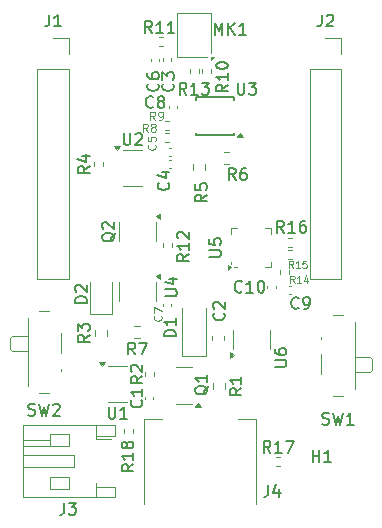
<source format=gbr>
%TF.GenerationSoftware,KiCad,Pcbnew,9.0.0*%
%TF.CreationDate,2025-05-10T20:39:51+02:00*%
%TF.ProjectId,ESP32CAM Shield,45535033-3243-4414-9d20-536869656c64,rev?*%
%TF.SameCoordinates,Original*%
%TF.FileFunction,Legend,Top*%
%TF.FilePolarity,Positive*%
%FSLAX46Y46*%
G04 Gerber Fmt 4.6, Leading zero omitted, Abs format (unit mm)*
G04 Created by KiCad (PCBNEW 9.0.0) date 2025-05-10 20:39:51*
%MOMM*%
%LPD*%
G01*
G04 APERTURE LIST*
%ADD10C,0.150000*%
%ADD11C,0.100000*%
%ADD12C,0.120000*%
G04 APERTURE END LIST*
D10*
X149225095Y-101648819D02*
X149225095Y-100648819D01*
X149225095Y-101125009D02*
X149796523Y-101125009D01*
X149796523Y-101648819D02*
X149796523Y-100648819D01*
X150796523Y-101648819D02*
X150225095Y-101648819D01*
X150510809Y-101648819D02*
X150510809Y-100648819D01*
X150510809Y-100648819D02*
X150415571Y-100791676D01*
X150415571Y-100791676D02*
X150320333Y-100886914D01*
X150320333Y-100886914D02*
X150225095Y-100934533D01*
D11*
X135887966Y-74792666D02*
X135921300Y-74825999D01*
X135921300Y-74825999D02*
X135954633Y-74925999D01*
X135954633Y-74925999D02*
X135954633Y-74992666D01*
X135954633Y-74992666D02*
X135921300Y-75092666D01*
X135921300Y-75092666D02*
X135854633Y-75159333D01*
X135854633Y-75159333D02*
X135787966Y-75192666D01*
X135787966Y-75192666D02*
X135654633Y-75225999D01*
X135654633Y-75225999D02*
X135554633Y-75225999D01*
X135554633Y-75225999D02*
X135421300Y-75192666D01*
X135421300Y-75192666D02*
X135354633Y-75159333D01*
X135354633Y-75159333D02*
X135287966Y-75092666D01*
X135287966Y-75092666D02*
X135254633Y-74992666D01*
X135254633Y-74992666D02*
X135254633Y-74925999D01*
X135254633Y-74925999D02*
X135287966Y-74825999D01*
X135287966Y-74825999D02*
X135321300Y-74792666D01*
X135254633Y-74159333D02*
X135254633Y-74492666D01*
X135254633Y-74492666D02*
X135587966Y-74525999D01*
X135587966Y-74525999D02*
X135554633Y-74492666D01*
X135554633Y-74492666D02*
X135521300Y-74425999D01*
X135521300Y-74425999D02*
X135521300Y-74259333D01*
X135521300Y-74259333D02*
X135554633Y-74192666D01*
X135554633Y-74192666D02*
X135587966Y-74159333D01*
X135587966Y-74159333D02*
X135654633Y-74125999D01*
X135654633Y-74125999D02*
X135821300Y-74125999D01*
X135821300Y-74125999D02*
X135887966Y-74159333D01*
X135887966Y-74159333D02*
X135921300Y-74192666D01*
X135921300Y-74192666D02*
X135954633Y-74259333D01*
X135954633Y-74259333D02*
X135954633Y-74425999D01*
X135954633Y-74425999D02*
X135921300Y-74492666D01*
X135921300Y-74492666D02*
X135887966Y-74525999D01*
D10*
X137392580Y-69635666D02*
X137440200Y-69683285D01*
X137440200Y-69683285D02*
X137487819Y-69826142D01*
X137487819Y-69826142D02*
X137487819Y-69921380D01*
X137487819Y-69921380D02*
X137440200Y-70064237D01*
X137440200Y-70064237D02*
X137344961Y-70159475D01*
X137344961Y-70159475D02*
X137249723Y-70207094D01*
X137249723Y-70207094D02*
X137059247Y-70254713D01*
X137059247Y-70254713D02*
X136916390Y-70254713D01*
X136916390Y-70254713D02*
X136725914Y-70207094D01*
X136725914Y-70207094D02*
X136630676Y-70159475D01*
X136630676Y-70159475D02*
X136535438Y-70064237D01*
X136535438Y-70064237D02*
X136487819Y-69921380D01*
X136487819Y-69921380D02*
X136487819Y-69826142D01*
X136487819Y-69826142D02*
X136535438Y-69683285D01*
X136535438Y-69683285D02*
X136583057Y-69635666D01*
X136487819Y-69302332D02*
X136487819Y-68683285D01*
X136487819Y-68683285D02*
X136868771Y-69016618D01*
X136868771Y-69016618D02*
X136868771Y-68873761D01*
X136868771Y-68873761D02*
X136916390Y-68778523D01*
X136916390Y-68778523D02*
X136964009Y-68730904D01*
X136964009Y-68730904D02*
X137059247Y-68683285D01*
X137059247Y-68683285D02*
X137297342Y-68683285D01*
X137297342Y-68683285D02*
X137392580Y-68730904D01*
X137392580Y-68730904D02*
X137440200Y-68778523D01*
X137440200Y-68778523D02*
X137487819Y-68873761D01*
X137487819Y-68873761D02*
X137487819Y-69159475D01*
X137487819Y-69159475D02*
X137440200Y-69254713D01*
X137440200Y-69254713D02*
X137392580Y-69302332D01*
X137011580Y-78017666D02*
X137059200Y-78065285D01*
X137059200Y-78065285D02*
X137106819Y-78208142D01*
X137106819Y-78208142D02*
X137106819Y-78303380D01*
X137106819Y-78303380D02*
X137059200Y-78446237D01*
X137059200Y-78446237D02*
X136963961Y-78541475D01*
X136963961Y-78541475D02*
X136868723Y-78589094D01*
X136868723Y-78589094D02*
X136678247Y-78636713D01*
X136678247Y-78636713D02*
X136535390Y-78636713D01*
X136535390Y-78636713D02*
X136344914Y-78589094D01*
X136344914Y-78589094D02*
X136249676Y-78541475D01*
X136249676Y-78541475D02*
X136154438Y-78446237D01*
X136154438Y-78446237D02*
X136106819Y-78303380D01*
X136106819Y-78303380D02*
X136106819Y-78208142D01*
X136106819Y-78208142D02*
X136154438Y-78065285D01*
X136154438Y-78065285D02*
X136202057Y-78017666D01*
X136440152Y-77160523D02*
X137106819Y-77160523D01*
X136059200Y-77398618D02*
X136773485Y-77636713D01*
X136773485Y-77636713D02*
X136773485Y-77017666D01*
X146804142Y-82242819D02*
X146470809Y-81766628D01*
X146232714Y-82242819D02*
X146232714Y-81242819D01*
X146232714Y-81242819D02*
X146613666Y-81242819D01*
X146613666Y-81242819D02*
X146708904Y-81290438D01*
X146708904Y-81290438D02*
X146756523Y-81338057D01*
X146756523Y-81338057D02*
X146804142Y-81433295D01*
X146804142Y-81433295D02*
X146804142Y-81576152D01*
X146804142Y-81576152D02*
X146756523Y-81671390D01*
X146756523Y-81671390D02*
X146708904Y-81719009D01*
X146708904Y-81719009D02*
X146613666Y-81766628D01*
X146613666Y-81766628D02*
X146232714Y-81766628D01*
X147756523Y-82242819D02*
X147185095Y-82242819D01*
X147470809Y-82242819D02*
X147470809Y-81242819D01*
X147470809Y-81242819D02*
X147375571Y-81385676D01*
X147375571Y-81385676D02*
X147280333Y-81480914D01*
X147280333Y-81480914D02*
X147185095Y-81528533D01*
X148613666Y-81242819D02*
X148423190Y-81242819D01*
X148423190Y-81242819D02*
X148327952Y-81290438D01*
X148327952Y-81290438D02*
X148280333Y-81338057D01*
X148280333Y-81338057D02*
X148185095Y-81480914D01*
X148185095Y-81480914D02*
X148137476Y-81671390D01*
X148137476Y-81671390D02*
X148137476Y-82052342D01*
X148137476Y-82052342D02*
X148185095Y-82147580D01*
X148185095Y-82147580D02*
X148232714Y-82195200D01*
X148232714Y-82195200D02*
X148327952Y-82242819D01*
X148327952Y-82242819D02*
X148518428Y-82242819D01*
X148518428Y-82242819D02*
X148613666Y-82195200D01*
X148613666Y-82195200D02*
X148661285Y-82147580D01*
X148661285Y-82147580D02*
X148708904Y-82052342D01*
X148708904Y-82052342D02*
X148708904Y-81814247D01*
X148708904Y-81814247D02*
X148661285Y-81719009D01*
X148661285Y-81719009D02*
X148613666Y-81671390D01*
X148613666Y-81671390D02*
X148518428Y-81623771D01*
X148518428Y-81623771D02*
X148327952Y-81623771D01*
X148327952Y-81623771D02*
X148232714Y-81671390D01*
X148232714Y-81671390D02*
X148185095Y-81719009D01*
X148185095Y-81719009D02*
X148137476Y-81814247D01*
X134725580Y-96432666D02*
X134773200Y-96480285D01*
X134773200Y-96480285D02*
X134820819Y-96623142D01*
X134820819Y-96623142D02*
X134820819Y-96718380D01*
X134820819Y-96718380D02*
X134773200Y-96861237D01*
X134773200Y-96861237D02*
X134677961Y-96956475D01*
X134677961Y-96956475D02*
X134582723Y-97004094D01*
X134582723Y-97004094D02*
X134392247Y-97051713D01*
X134392247Y-97051713D02*
X134249390Y-97051713D01*
X134249390Y-97051713D02*
X134058914Y-97004094D01*
X134058914Y-97004094D02*
X133963676Y-96956475D01*
X133963676Y-96956475D02*
X133868438Y-96861237D01*
X133868438Y-96861237D02*
X133820819Y-96718380D01*
X133820819Y-96718380D02*
X133820819Y-96623142D01*
X133820819Y-96623142D02*
X133868438Y-96480285D01*
X133868438Y-96480285D02*
X133916057Y-96432666D01*
X134820819Y-95480285D02*
X134820819Y-96051713D01*
X134820819Y-95765999D02*
X133820819Y-95765999D01*
X133820819Y-95765999D02*
X133963676Y-95861237D01*
X133963676Y-95861237D02*
X134058914Y-95956475D01*
X134058914Y-95956475D02*
X134106533Y-96051713D01*
X134058819Y-101861857D02*
X133582628Y-102195190D01*
X134058819Y-102433285D02*
X133058819Y-102433285D01*
X133058819Y-102433285D02*
X133058819Y-102052333D01*
X133058819Y-102052333D02*
X133106438Y-101957095D01*
X133106438Y-101957095D02*
X133154057Y-101909476D01*
X133154057Y-101909476D02*
X133249295Y-101861857D01*
X133249295Y-101861857D02*
X133392152Y-101861857D01*
X133392152Y-101861857D02*
X133487390Y-101909476D01*
X133487390Y-101909476D02*
X133535009Y-101957095D01*
X133535009Y-101957095D02*
X133582628Y-102052333D01*
X133582628Y-102052333D02*
X133582628Y-102433285D01*
X134058819Y-100909476D02*
X134058819Y-101480904D01*
X134058819Y-101195190D02*
X133058819Y-101195190D01*
X133058819Y-101195190D02*
X133201676Y-101290428D01*
X133201676Y-101290428D02*
X133296914Y-101385666D01*
X133296914Y-101385666D02*
X133344533Y-101480904D01*
X133487390Y-100338047D02*
X133439771Y-100433285D01*
X133439771Y-100433285D02*
X133392152Y-100480904D01*
X133392152Y-100480904D02*
X133296914Y-100528523D01*
X133296914Y-100528523D02*
X133249295Y-100528523D01*
X133249295Y-100528523D02*
X133154057Y-100480904D01*
X133154057Y-100480904D02*
X133106438Y-100433285D01*
X133106438Y-100433285D02*
X133058819Y-100338047D01*
X133058819Y-100338047D02*
X133058819Y-100147571D01*
X133058819Y-100147571D02*
X133106438Y-100052333D01*
X133106438Y-100052333D02*
X133154057Y-100004714D01*
X133154057Y-100004714D02*
X133249295Y-99957095D01*
X133249295Y-99957095D02*
X133296914Y-99957095D01*
X133296914Y-99957095D02*
X133392152Y-100004714D01*
X133392152Y-100004714D02*
X133439771Y-100052333D01*
X133439771Y-100052333D02*
X133487390Y-100147571D01*
X133487390Y-100147571D02*
X133487390Y-100338047D01*
X133487390Y-100338047D02*
X133535009Y-100433285D01*
X133535009Y-100433285D02*
X133582628Y-100480904D01*
X133582628Y-100480904D02*
X133677866Y-100528523D01*
X133677866Y-100528523D02*
X133868342Y-100528523D01*
X133868342Y-100528523D02*
X133963580Y-100480904D01*
X133963580Y-100480904D02*
X134011200Y-100433285D01*
X134011200Y-100433285D02*
X134058819Y-100338047D01*
X134058819Y-100338047D02*
X134058819Y-100147571D01*
X134058819Y-100147571D02*
X134011200Y-100052333D01*
X134011200Y-100052333D02*
X133963580Y-100004714D01*
X133963580Y-100004714D02*
X133868342Y-99957095D01*
X133868342Y-99957095D02*
X133677866Y-99957095D01*
X133677866Y-99957095D02*
X133582628Y-100004714D01*
X133582628Y-100004714D02*
X133535009Y-100052333D01*
X133535009Y-100052333D02*
X133487390Y-100147571D01*
D11*
X135265333Y-73724633D02*
X135032000Y-73391300D01*
X134865333Y-73724633D02*
X134865333Y-73024633D01*
X134865333Y-73024633D02*
X135132000Y-73024633D01*
X135132000Y-73024633D02*
X135198667Y-73057966D01*
X135198667Y-73057966D02*
X135232000Y-73091300D01*
X135232000Y-73091300D02*
X135265333Y-73157966D01*
X135265333Y-73157966D02*
X135265333Y-73257966D01*
X135265333Y-73257966D02*
X135232000Y-73324633D01*
X135232000Y-73324633D02*
X135198667Y-73357966D01*
X135198667Y-73357966D02*
X135132000Y-73391300D01*
X135132000Y-73391300D02*
X134865333Y-73391300D01*
X135665333Y-73324633D02*
X135598667Y-73291300D01*
X135598667Y-73291300D02*
X135565333Y-73257966D01*
X135565333Y-73257966D02*
X135532000Y-73191300D01*
X135532000Y-73191300D02*
X135532000Y-73157966D01*
X135532000Y-73157966D02*
X135565333Y-73091300D01*
X135565333Y-73091300D02*
X135598667Y-73057966D01*
X135598667Y-73057966D02*
X135665333Y-73024633D01*
X135665333Y-73024633D02*
X135798667Y-73024633D01*
X135798667Y-73024633D02*
X135865333Y-73057966D01*
X135865333Y-73057966D02*
X135898667Y-73091300D01*
X135898667Y-73091300D02*
X135932000Y-73157966D01*
X135932000Y-73157966D02*
X135932000Y-73191300D01*
X135932000Y-73191300D02*
X135898667Y-73257966D01*
X135898667Y-73257966D02*
X135865333Y-73291300D01*
X135865333Y-73291300D02*
X135798667Y-73324633D01*
X135798667Y-73324633D02*
X135665333Y-73324633D01*
X135665333Y-73324633D02*
X135598667Y-73357966D01*
X135598667Y-73357966D02*
X135565333Y-73391300D01*
X135565333Y-73391300D02*
X135532000Y-73457966D01*
X135532000Y-73457966D02*
X135532000Y-73591300D01*
X135532000Y-73591300D02*
X135565333Y-73657966D01*
X135565333Y-73657966D02*
X135598667Y-73691300D01*
X135598667Y-73691300D02*
X135665333Y-73724633D01*
X135665333Y-73724633D02*
X135798667Y-73724633D01*
X135798667Y-73724633D02*
X135865333Y-73691300D01*
X135865333Y-73691300D02*
X135898667Y-73657966D01*
X135898667Y-73657966D02*
X135932000Y-73591300D01*
X135932000Y-73591300D02*
X135932000Y-73457966D01*
X135932000Y-73457966D02*
X135898667Y-73391300D01*
X135898667Y-73391300D02*
X135865333Y-73357966D01*
X135865333Y-73357966D02*
X135798667Y-73324633D01*
D10*
X140377057Y-95218238D02*
X140329438Y-95313476D01*
X140329438Y-95313476D02*
X140234200Y-95408714D01*
X140234200Y-95408714D02*
X140091342Y-95551571D01*
X140091342Y-95551571D02*
X140043723Y-95646809D01*
X140043723Y-95646809D02*
X140043723Y-95742047D01*
X140281819Y-95694428D02*
X140234200Y-95789666D01*
X140234200Y-95789666D02*
X140138961Y-95884904D01*
X140138961Y-95884904D02*
X139948485Y-95932523D01*
X139948485Y-95932523D02*
X139615152Y-95932523D01*
X139615152Y-95932523D02*
X139424676Y-95884904D01*
X139424676Y-95884904D02*
X139329438Y-95789666D01*
X139329438Y-95789666D02*
X139281819Y-95694428D01*
X139281819Y-95694428D02*
X139281819Y-95503952D01*
X139281819Y-95503952D02*
X139329438Y-95408714D01*
X139329438Y-95408714D02*
X139424676Y-95313476D01*
X139424676Y-95313476D02*
X139615152Y-95265857D01*
X139615152Y-95265857D02*
X139948485Y-95265857D01*
X139948485Y-95265857D02*
X140138961Y-95313476D01*
X140138961Y-95313476D02*
X140234200Y-95408714D01*
X140234200Y-95408714D02*
X140281819Y-95503952D01*
X140281819Y-95503952D02*
X140281819Y-95694428D01*
X140281819Y-94313476D02*
X140281819Y-94884904D01*
X140281819Y-94599190D02*
X139281819Y-94599190D01*
X139281819Y-94599190D02*
X139424676Y-94694428D01*
X139424676Y-94694428D02*
X139519914Y-94789666D01*
X139519914Y-94789666D02*
X139567533Y-94884904D01*
X142059819Y-69730857D02*
X141583628Y-70064190D01*
X142059819Y-70302285D02*
X141059819Y-70302285D01*
X141059819Y-70302285D02*
X141059819Y-69921333D01*
X141059819Y-69921333D02*
X141107438Y-69826095D01*
X141107438Y-69826095D02*
X141155057Y-69778476D01*
X141155057Y-69778476D02*
X141250295Y-69730857D01*
X141250295Y-69730857D02*
X141393152Y-69730857D01*
X141393152Y-69730857D02*
X141488390Y-69778476D01*
X141488390Y-69778476D02*
X141536009Y-69826095D01*
X141536009Y-69826095D02*
X141583628Y-69921333D01*
X141583628Y-69921333D02*
X141583628Y-70302285D01*
X142059819Y-68778476D02*
X142059819Y-69349904D01*
X142059819Y-69064190D02*
X141059819Y-69064190D01*
X141059819Y-69064190D02*
X141202676Y-69159428D01*
X141202676Y-69159428D02*
X141297914Y-69254666D01*
X141297914Y-69254666D02*
X141345533Y-69349904D01*
X141059819Y-68159428D02*
X141059819Y-68064190D01*
X141059819Y-68064190D02*
X141107438Y-67968952D01*
X141107438Y-67968952D02*
X141155057Y-67921333D01*
X141155057Y-67921333D02*
X141250295Y-67873714D01*
X141250295Y-67873714D02*
X141440771Y-67826095D01*
X141440771Y-67826095D02*
X141678866Y-67826095D01*
X141678866Y-67826095D02*
X141869342Y-67873714D01*
X141869342Y-67873714D02*
X141964580Y-67921333D01*
X141964580Y-67921333D02*
X142012200Y-67968952D01*
X142012200Y-67968952D02*
X142059819Y-68064190D01*
X142059819Y-68064190D02*
X142059819Y-68159428D01*
X142059819Y-68159428D02*
X142012200Y-68254666D01*
X142012200Y-68254666D02*
X141964580Y-68302285D01*
X141964580Y-68302285D02*
X141869342Y-68349904D01*
X141869342Y-68349904D02*
X141678866Y-68397523D01*
X141678866Y-68397523D02*
X141440771Y-68397523D01*
X141440771Y-68397523D02*
X141250295Y-68349904D01*
X141250295Y-68349904D02*
X141155057Y-68302285D01*
X141155057Y-68302285D02*
X141107438Y-68254666D01*
X141107438Y-68254666D02*
X141059819Y-68159428D01*
X128190666Y-105118819D02*
X128190666Y-105833104D01*
X128190666Y-105833104D02*
X128143047Y-105975961D01*
X128143047Y-105975961D02*
X128047809Y-106071200D01*
X128047809Y-106071200D02*
X127904952Y-106118819D01*
X127904952Y-106118819D02*
X127809714Y-106118819D01*
X128571619Y-105118819D02*
X129190666Y-105118819D01*
X129190666Y-105118819D02*
X128857333Y-105499771D01*
X128857333Y-105499771D02*
X129000190Y-105499771D01*
X129000190Y-105499771D02*
X129095428Y-105547390D01*
X129095428Y-105547390D02*
X129143047Y-105595009D01*
X129143047Y-105595009D02*
X129190666Y-105690247D01*
X129190666Y-105690247D02*
X129190666Y-105928342D01*
X129190666Y-105928342D02*
X129143047Y-106023580D01*
X129143047Y-106023580D02*
X129095428Y-106071200D01*
X129095428Y-106071200D02*
X129000190Y-106118819D01*
X129000190Y-106118819D02*
X128714476Y-106118819D01*
X128714476Y-106118819D02*
X128619238Y-106071200D01*
X128619238Y-106071200D02*
X128571619Y-106023580D01*
X137646819Y-91034094D02*
X136646819Y-91034094D01*
X136646819Y-91034094D02*
X136646819Y-90795999D01*
X136646819Y-90795999D02*
X136694438Y-90653142D01*
X136694438Y-90653142D02*
X136789676Y-90557904D01*
X136789676Y-90557904D02*
X136884914Y-90510285D01*
X136884914Y-90510285D02*
X137075390Y-90462666D01*
X137075390Y-90462666D02*
X137218247Y-90462666D01*
X137218247Y-90462666D02*
X137408723Y-90510285D01*
X137408723Y-90510285D02*
X137503961Y-90557904D01*
X137503961Y-90557904D02*
X137599200Y-90653142D01*
X137599200Y-90653142D02*
X137646819Y-90795999D01*
X137646819Y-90795999D02*
X137646819Y-91034094D01*
X137646819Y-89510285D02*
X137646819Y-90081713D01*
X137646819Y-89795999D02*
X136646819Y-89795999D01*
X136646819Y-89795999D02*
X136789676Y-89891237D01*
X136789676Y-89891237D02*
X136884914Y-89986475D01*
X136884914Y-89986475D02*
X136932533Y-90081713D01*
X146012819Y-93598904D02*
X146822342Y-93598904D01*
X146822342Y-93598904D02*
X146917580Y-93551285D01*
X146917580Y-93551285D02*
X146965200Y-93503666D01*
X146965200Y-93503666D02*
X147012819Y-93408428D01*
X147012819Y-93408428D02*
X147012819Y-93217952D01*
X147012819Y-93217952D02*
X146965200Y-93122714D01*
X146965200Y-93122714D02*
X146917580Y-93075095D01*
X146917580Y-93075095D02*
X146822342Y-93027476D01*
X146822342Y-93027476D02*
X146012819Y-93027476D01*
X146012819Y-92122714D02*
X146012819Y-92313190D01*
X146012819Y-92313190D02*
X146060438Y-92408428D01*
X146060438Y-92408428D02*
X146108057Y-92456047D01*
X146108057Y-92456047D02*
X146250914Y-92551285D01*
X146250914Y-92551285D02*
X146441390Y-92598904D01*
X146441390Y-92598904D02*
X146822342Y-92598904D01*
X146822342Y-92598904D02*
X146917580Y-92551285D01*
X146917580Y-92551285D02*
X146965200Y-92503666D01*
X146965200Y-92503666D02*
X147012819Y-92408428D01*
X147012819Y-92408428D02*
X147012819Y-92217952D01*
X147012819Y-92217952D02*
X146965200Y-92122714D01*
X146965200Y-92122714D02*
X146917580Y-92075095D01*
X146917580Y-92075095D02*
X146822342Y-92027476D01*
X146822342Y-92027476D02*
X146584247Y-92027476D01*
X146584247Y-92027476D02*
X146489009Y-92075095D01*
X146489009Y-92075095D02*
X146441390Y-92122714D01*
X146441390Y-92122714D02*
X146393771Y-92217952D01*
X146393771Y-92217952D02*
X146393771Y-92408428D01*
X146393771Y-92408428D02*
X146441390Y-92503666D01*
X146441390Y-92503666D02*
X146489009Y-92551285D01*
X146489009Y-92551285D02*
X146584247Y-92598904D01*
X140468819Y-84301904D02*
X141278342Y-84301904D01*
X141278342Y-84301904D02*
X141373580Y-84254285D01*
X141373580Y-84254285D02*
X141421200Y-84206666D01*
X141421200Y-84206666D02*
X141468819Y-84111428D01*
X141468819Y-84111428D02*
X141468819Y-83920952D01*
X141468819Y-83920952D02*
X141421200Y-83825714D01*
X141421200Y-83825714D02*
X141373580Y-83778095D01*
X141373580Y-83778095D02*
X141278342Y-83730476D01*
X141278342Y-83730476D02*
X140468819Y-83730476D01*
X140468819Y-82778095D02*
X140468819Y-83254285D01*
X140468819Y-83254285D02*
X140945009Y-83301904D01*
X140945009Y-83301904D02*
X140897390Y-83254285D01*
X140897390Y-83254285D02*
X140849771Y-83159047D01*
X140849771Y-83159047D02*
X140849771Y-82920952D01*
X140849771Y-82920952D02*
X140897390Y-82825714D01*
X140897390Y-82825714D02*
X140945009Y-82778095D01*
X140945009Y-82778095D02*
X141040247Y-82730476D01*
X141040247Y-82730476D02*
X141278342Y-82730476D01*
X141278342Y-82730476D02*
X141373580Y-82778095D01*
X141373580Y-82778095D02*
X141421200Y-82825714D01*
X141421200Y-82825714D02*
X141468819Y-82920952D01*
X141468819Y-82920952D02*
X141468819Y-83159047D01*
X141468819Y-83159047D02*
X141421200Y-83254285D01*
X141421200Y-83254285D02*
X141373580Y-83301904D01*
X140281819Y-79033666D02*
X139805628Y-79366999D01*
X140281819Y-79605094D02*
X139281819Y-79605094D01*
X139281819Y-79605094D02*
X139281819Y-79224142D01*
X139281819Y-79224142D02*
X139329438Y-79128904D01*
X139329438Y-79128904D02*
X139377057Y-79081285D01*
X139377057Y-79081285D02*
X139472295Y-79033666D01*
X139472295Y-79033666D02*
X139615152Y-79033666D01*
X139615152Y-79033666D02*
X139710390Y-79081285D01*
X139710390Y-79081285D02*
X139758009Y-79128904D01*
X139758009Y-79128904D02*
X139805628Y-79224142D01*
X139805628Y-79224142D02*
X139805628Y-79605094D01*
X139281819Y-78128904D02*
X139281819Y-78605094D01*
X139281819Y-78605094D02*
X139758009Y-78652713D01*
X139758009Y-78652713D02*
X139710390Y-78605094D01*
X139710390Y-78605094D02*
X139662771Y-78509856D01*
X139662771Y-78509856D02*
X139662771Y-78271761D01*
X139662771Y-78271761D02*
X139710390Y-78176523D01*
X139710390Y-78176523D02*
X139758009Y-78128904D01*
X139758009Y-78128904D02*
X139853247Y-78081285D01*
X139853247Y-78081285D02*
X140091342Y-78081285D01*
X140091342Y-78081285D02*
X140186580Y-78128904D01*
X140186580Y-78128904D02*
X140234200Y-78176523D01*
X140234200Y-78176523D02*
X140281819Y-78271761D01*
X140281819Y-78271761D02*
X140281819Y-78509856D01*
X140281819Y-78509856D02*
X140234200Y-78605094D01*
X140234200Y-78605094D02*
X140186580Y-78652713D01*
X130342819Y-90907666D02*
X129866628Y-91240999D01*
X130342819Y-91479094D02*
X129342819Y-91479094D01*
X129342819Y-91479094D02*
X129342819Y-91098142D01*
X129342819Y-91098142D02*
X129390438Y-91002904D01*
X129390438Y-91002904D02*
X129438057Y-90955285D01*
X129438057Y-90955285D02*
X129533295Y-90907666D01*
X129533295Y-90907666D02*
X129676152Y-90907666D01*
X129676152Y-90907666D02*
X129771390Y-90955285D01*
X129771390Y-90955285D02*
X129819009Y-91002904D01*
X129819009Y-91002904D02*
X129866628Y-91098142D01*
X129866628Y-91098142D02*
X129866628Y-91479094D01*
X129342819Y-90574332D02*
X129342819Y-89955285D01*
X129342819Y-89955285D02*
X129723771Y-90288618D01*
X129723771Y-90288618D02*
X129723771Y-90145761D01*
X129723771Y-90145761D02*
X129771390Y-90050523D01*
X129771390Y-90050523D02*
X129819009Y-90002904D01*
X129819009Y-90002904D02*
X129914247Y-89955285D01*
X129914247Y-89955285D02*
X130152342Y-89955285D01*
X130152342Y-89955285D02*
X130247580Y-90002904D01*
X130247580Y-90002904D02*
X130295200Y-90050523D01*
X130295200Y-90050523D02*
X130342819Y-90145761D01*
X130342819Y-90145761D02*
X130342819Y-90431475D01*
X130342819Y-90431475D02*
X130295200Y-90526713D01*
X130295200Y-90526713D02*
X130247580Y-90574332D01*
X133228595Y-73828819D02*
X133228595Y-74638342D01*
X133228595Y-74638342D02*
X133276214Y-74733580D01*
X133276214Y-74733580D02*
X133323833Y-74781200D01*
X133323833Y-74781200D02*
X133419071Y-74828819D01*
X133419071Y-74828819D02*
X133609547Y-74828819D01*
X133609547Y-74828819D02*
X133704785Y-74781200D01*
X133704785Y-74781200D02*
X133752404Y-74733580D01*
X133752404Y-74733580D02*
X133800023Y-74638342D01*
X133800023Y-74638342D02*
X133800023Y-73828819D01*
X134228595Y-73924057D02*
X134276214Y-73876438D01*
X134276214Y-73876438D02*
X134371452Y-73828819D01*
X134371452Y-73828819D02*
X134609547Y-73828819D01*
X134609547Y-73828819D02*
X134704785Y-73876438D01*
X134704785Y-73876438D02*
X134752404Y-73924057D01*
X134752404Y-73924057D02*
X134800023Y-74019295D01*
X134800023Y-74019295D02*
X134800023Y-74114533D01*
X134800023Y-74114533D02*
X134752404Y-74257390D01*
X134752404Y-74257390D02*
X134180976Y-74828819D01*
X134180976Y-74828819D02*
X134800023Y-74828819D01*
D11*
X147569285Y-85235371D02*
X147369285Y-84949657D01*
X147226428Y-85235371D02*
X147226428Y-84635371D01*
X147226428Y-84635371D02*
X147454999Y-84635371D01*
X147454999Y-84635371D02*
X147512142Y-84663942D01*
X147512142Y-84663942D02*
X147540713Y-84692514D01*
X147540713Y-84692514D02*
X147569285Y-84749657D01*
X147569285Y-84749657D02*
X147569285Y-84835371D01*
X147569285Y-84835371D02*
X147540713Y-84892514D01*
X147540713Y-84892514D02*
X147512142Y-84921085D01*
X147512142Y-84921085D02*
X147454999Y-84949657D01*
X147454999Y-84949657D02*
X147226428Y-84949657D01*
X148140713Y-85235371D02*
X147797856Y-85235371D01*
X147969285Y-85235371D02*
X147969285Y-84635371D01*
X147969285Y-84635371D02*
X147912142Y-84721085D01*
X147912142Y-84721085D02*
X147854999Y-84778228D01*
X147854999Y-84778228D02*
X147797856Y-84806800D01*
X148683571Y-84635371D02*
X148397857Y-84635371D01*
X148397857Y-84635371D02*
X148369285Y-84921085D01*
X148369285Y-84921085D02*
X148397857Y-84892514D01*
X148397857Y-84892514D02*
X148455000Y-84863942D01*
X148455000Y-84863942D02*
X148597857Y-84863942D01*
X148597857Y-84863942D02*
X148655000Y-84892514D01*
X148655000Y-84892514D02*
X148683571Y-84921085D01*
X148683571Y-84921085D02*
X148712142Y-84978228D01*
X148712142Y-84978228D02*
X148712142Y-85121085D01*
X148712142Y-85121085D02*
X148683571Y-85178228D01*
X148683571Y-85178228D02*
X148655000Y-85206800D01*
X148655000Y-85206800D02*
X148597857Y-85235371D01*
X148597857Y-85235371D02*
X148455000Y-85235371D01*
X148455000Y-85235371D02*
X148397857Y-85206800D01*
X148397857Y-85206800D02*
X148369285Y-85178228D01*
D10*
X125158667Y-97689200D02*
X125301524Y-97736819D01*
X125301524Y-97736819D02*
X125539619Y-97736819D01*
X125539619Y-97736819D02*
X125634857Y-97689200D01*
X125634857Y-97689200D02*
X125682476Y-97641580D01*
X125682476Y-97641580D02*
X125730095Y-97546342D01*
X125730095Y-97546342D02*
X125730095Y-97451104D01*
X125730095Y-97451104D02*
X125682476Y-97355866D01*
X125682476Y-97355866D02*
X125634857Y-97308247D01*
X125634857Y-97308247D02*
X125539619Y-97260628D01*
X125539619Y-97260628D02*
X125349143Y-97213009D01*
X125349143Y-97213009D02*
X125253905Y-97165390D01*
X125253905Y-97165390D02*
X125206286Y-97117771D01*
X125206286Y-97117771D02*
X125158667Y-97022533D01*
X125158667Y-97022533D02*
X125158667Y-96927295D01*
X125158667Y-96927295D02*
X125206286Y-96832057D01*
X125206286Y-96832057D02*
X125253905Y-96784438D01*
X125253905Y-96784438D02*
X125349143Y-96736819D01*
X125349143Y-96736819D02*
X125587238Y-96736819D01*
X125587238Y-96736819D02*
X125730095Y-96784438D01*
X126063429Y-96736819D02*
X126301524Y-97736819D01*
X126301524Y-97736819D02*
X126492000Y-97022533D01*
X126492000Y-97022533D02*
X126682476Y-97736819D01*
X126682476Y-97736819D02*
X126920572Y-96736819D01*
X127253905Y-96832057D02*
X127301524Y-96784438D01*
X127301524Y-96784438D02*
X127396762Y-96736819D01*
X127396762Y-96736819D02*
X127634857Y-96736819D01*
X127634857Y-96736819D02*
X127730095Y-96784438D01*
X127730095Y-96784438D02*
X127777714Y-96832057D01*
X127777714Y-96832057D02*
X127825333Y-96927295D01*
X127825333Y-96927295D02*
X127825333Y-97022533D01*
X127825333Y-97022533D02*
X127777714Y-97165390D01*
X127777714Y-97165390D02*
X127206286Y-97736819D01*
X127206286Y-97736819D02*
X127825333Y-97736819D01*
X134820819Y-94400666D02*
X134344628Y-94733999D01*
X134820819Y-94972094D02*
X133820819Y-94972094D01*
X133820819Y-94972094D02*
X133820819Y-94591142D01*
X133820819Y-94591142D02*
X133868438Y-94495904D01*
X133868438Y-94495904D02*
X133916057Y-94448285D01*
X133916057Y-94448285D02*
X134011295Y-94400666D01*
X134011295Y-94400666D02*
X134154152Y-94400666D01*
X134154152Y-94400666D02*
X134249390Y-94448285D01*
X134249390Y-94448285D02*
X134297009Y-94495904D01*
X134297009Y-94495904D02*
X134344628Y-94591142D01*
X134344628Y-94591142D02*
X134344628Y-94972094D01*
X133916057Y-94019713D02*
X133868438Y-93972094D01*
X133868438Y-93972094D02*
X133820819Y-93876856D01*
X133820819Y-93876856D02*
X133820819Y-93638761D01*
X133820819Y-93638761D02*
X133868438Y-93543523D01*
X133868438Y-93543523D02*
X133916057Y-93495904D01*
X133916057Y-93495904D02*
X134011295Y-93448285D01*
X134011295Y-93448285D02*
X134106533Y-93448285D01*
X134106533Y-93448285D02*
X134249390Y-93495904D01*
X134249390Y-93495904D02*
X134820819Y-94067332D01*
X134820819Y-94067332D02*
X134820819Y-93448285D01*
X138757819Y-84081857D02*
X138281628Y-84415190D01*
X138757819Y-84653285D02*
X137757819Y-84653285D01*
X137757819Y-84653285D02*
X137757819Y-84272333D01*
X137757819Y-84272333D02*
X137805438Y-84177095D01*
X137805438Y-84177095D02*
X137853057Y-84129476D01*
X137853057Y-84129476D02*
X137948295Y-84081857D01*
X137948295Y-84081857D02*
X138091152Y-84081857D01*
X138091152Y-84081857D02*
X138186390Y-84129476D01*
X138186390Y-84129476D02*
X138234009Y-84177095D01*
X138234009Y-84177095D02*
X138281628Y-84272333D01*
X138281628Y-84272333D02*
X138281628Y-84653285D01*
X138757819Y-83129476D02*
X138757819Y-83700904D01*
X138757819Y-83415190D02*
X137757819Y-83415190D01*
X137757819Y-83415190D02*
X137900676Y-83510428D01*
X137900676Y-83510428D02*
X137995914Y-83605666D01*
X137995914Y-83605666D02*
X138043533Y-83700904D01*
X137853057Y-82748523D02*
X137805438Y-82700904D01*
X137805438Y-82700904D02*
X137757819Y-82605666D01*
X137757819Y-82605666D02*
X137757819Y-82367571D01*
X137757819Y-82367571D02*
X137805438Y-82272333D01*
X137805438Y-82272333D02*
X137853057Y-82224714D01*
X137853057Y-82224714D02*
X137948295Y-82177095D01*
X137948295Y-82177095D02*
X138043533Y-82177095D01*
X138043533Y-82177095D02*
X138186390Y-82224714D01*
X138186390Y-82224714D02*
X138757819Y-82796142D01*
X138757819Y-82796142D02*
X138757819Y-82177095D01*
X134199333Y-92562819D02*
X133866000Y-92086628D01*
X133627905Y-92562819D02*
X133627905Y-91562819D01*
X133627905Y-91562819D02*
X134008857Y-91562819D01*
X134008857Y-91562819D02*
X134104095Y-91610438D01*
X134104095Y-91610438D02*
X134151714Y-91658057D01*
X134151714Y-91658057D02*
X134199333Y-91753295D01*
X134199333Y-91753295D02*
X134199333Y-91896152D01*
X134199333Y-91896152D02*
X134151714Y-91991390D01*
X134151714Y-91991390D02*
X134104095Y-92039009D01*
X134104095Y-92039009D02*
X134008857Y-92086628D01*
X134008857Y-92086628D02*
X133627905Y-92086628D01*
X134532667Y-91562819D02*
X135199333Y-91562819D01*
X135199333Y-91562819D02*
X134770762Y-92562819D01*
X143248142Y-87227580D02*
X143200523Y-87275200D01*
X143200523Y-87275200D02*
X143057666Y-87322819D01*
X143057666Y-87322819D02*
X142962428Y-87322819D01*
X142962428Y-87322819D02*
X142819571Y-87275200D01*
X142819571Y-87275200D02*
X142724333Y-87179961D01*
X142724333Y-87179961D02*
X142676714Y-87084723D01*
X142676714Y-87084723D02*
X142629095Y-86894247D01*
X142629095Y-86894247D02*
X142629095Y-86751390D01*
X142629095Y-86751390D02*
X142676714Y-86560914D01*
X142676714Y-86560914D02*
X142724333Y-86465676D01*
X142724333Y-86465676D02*
X142819571Y-86370438D01*
X142819571Y-86370438D02*
X142962428Y-86322819D01*
X142962428Y-86322819D02*
X143057666Y-86322819D01*
X143057666Y-86322819D02*
X143200523Y-86370438D01*
X143200523Y-86370438D02*
X143248142Y-86418057D01*
X144200523Y-87322819D02*
X143629095Y-87322819D01*
X143914809Y-87322819D02*
X143914809Y-86322819D01*
X143914809Y-86322819D02*
X143819571Y-86465676D01*
X143819571Y-86465676D02*
X143724333Y-86560914D01*
X143724333Y-86560914D02*
X143629095Y-86608533D01*
X144819571Y-86322819D02*
X144914809Y-86322819D01*
X144914809Y-86322819D02*
X145010047Y-86370438D01*
X145010047Y-86370438D02*
X145057666Y-86418057D01*
X145057666Y-86418057D02*
X145105285Y-86513295D01*
X145105285Y-86513295D02*
X145152904Y-86703771D01*
X145152904Y-86703771D02*
X145152904Y-86941866D01*
X145152904Y-86941866D02*
X145105285Y-87132342D01*
X145105285Y-87132342D02*
X145057666Y-87227580D01*
X145057666Y-87227580D02*
X145010047Y-87275200D01*
X145010047Y-87275200D02*
X144914809Y-87322819D01*
X144914809Y-87322819D02*
X144819571Y-87322819D01*
X144819571Y-87322819D02*
X144724333Y-87275200D01*
X144724333Y-87275200D02*
X144676714Y-87227580D01*
X144676714Y-87227580D02*
X144629095Y-87132342D01*
X144629095Y-87132342D02*
X144581476Y-86941866D01*
X144581476Y-86941866D02*
X144581476Y-86703771D01*
X144581476Y-86703771D02*
X144629095Y-86513295D01*
X144629095Y-86513295D02*
X144676714Y-86418057D01*
X144676714Y-86418057D02*
X144724333Y-86370438D01*
X144724333Y-86370438D02*
X144819571Y-86322819D01*
X136122580Y-69635666D02*
X136170200Y-69683285D01*
X136170200Y-69683285D02*
X136217819Y-69826142D01*
X136217819Y-69826142D02*
X136217819Y-69921380D01*
X136217819Y-69921380D02*
X136170200Y-70064237D01*
X136170200Y-70064237D02*
X136074961Y-70159475D01*
X136074961Y-70159475D02*
X135979723Y-70207094D01*
X135979723Y-70207094D02*
X135789247Y-70254713D01*
X135789247Y-70254713D02*
X135646390Y-70254713D01*
X135646390Y-70254713D02*
X135455914Y-70207094D01*
X135455914Y-70207094D02*
X135360676Y-70159475D01*
X135360676Y-70159475D02*
X135265438Y-70064237D01*
X135265438Y-70064237D02*
X135217819Y-69921380D01*
X135217819Y-69921380D02*
X135217819Y-69826142D01*
X135217819Y-69826142D02*
X135265438Y-69683285D01*
X135265438Y-69683285D02*
X135313057Y-69635666D01*
X135217819Y-68778523D02*
X135217819Y-68968999D01*
X135217819Y-68968999D02*
X135265438Y-69064237D01*
X135265438Y-69064237D02*
X135313057Y-69111856D01*
X135313057Y-69111856D02*
X135455914Y-69207094D01*
X135455914Y-69207094D02*
X135646390Y-69254713D01*
X135646390Y-69254713D02*
X136027342Y-69254713D01*
X136027342Y-69254713D02*
X136122580Y-69207094D01*
X136122580Y-69207094D02*
X136170200Y-69159475D01*
X136170200Y-69159475D02*
X136217819Y-69064237D01*
X136217819Y-69064237D02*
X136217819Y-68873761D01*
X136217819Y-68873761D02*
X136170200Y-68778523D01*
X136170200Y-68778523D02*
X136122580Y-68730904D01*
X136122580Y-68730904D02*
X136027342Y-68683285D01*
X136027342Y-68683285D02*
X135789247Y-68683285D01*
X135789247Y-68683285D02*
X135694009Y-68730904D01*
X135694009Y-68730904D02*
X135646390Y-68778523D01*
X135646390Y-68778523D02*
X135598771Y-68873761D01*
X135598771Y-68873761D02*
X135598771Y-69064237D01*
X135598771Y-69064237D02*
X135646390Y-69159475D01*
X135646390Y-69159475D02*
X135694009Y-69207094D01*
X135694009Y-69207094D02*
X135789247Y-69254713D01*
X145661142Y-100884819D02*
X145327809Y-100408628D01*
X145089714Y-100884819D02*
X145089714Y-99884819D01*
X145089714Y-99884819D02*
X145470666Y-99884819D01*
X145470666Y-99884819D02*
X145565904Y-99932438D01*
X145565904Y-99932438D02*
X145613523Y-99980057D01*
X145613523Y-99980057D02*
X145661142Y-100075295D01*
X145661142Y-100075295D02*
X145661142Y-100218152D01*
X145661142Y-100218152D02*
X145613523Y-100313390D01*
X145613523Y-100313390D02*
X145565904Y-100361009D01*
X145565904Y-100361009D02*
X145470666Y-100408628D01*
X145470666Y-100408628D02*
X145089714Y-100408628D01*
X146613523Y-100884819D02*
X146042095Y-100884819D01*
X146327809Y-100884819D02*
X146327809Y-99884819D01*
X146327809Y-99884819D02*
X146232571Y-100027676D01*
X146232571Y-100027676D02*
X146137333Y-100122914D01*
X146137333Y-100122914D02*
X146042095Y-100170533D01*
X146946857Y-99884819D02*
X147613523Y-99884819D01*
X147613523Y-99884819D02*
X147184952Y-100884819D01*
X143205819Y-95416666D02*
X142729628Y-95749999D01*
X143205819Y-95988094D02*
X142205819Y-95988094D01*
X142205819Y-95988094D02*
X142205819Y-95607142D01*
X142205819Y-95607142D02*
X142253438Y-95511904D01*
X142253438Y-95511904D02*
X142301057Y-95464285D01*
X142301057Y-95464285D02*
X142396295Y-95416666D01*
X142396295Y-95416666D02*
X142539152Y-95416666D01*
X142539152Y-95416666D02*
X142634390Y-95464285D01*
X142634390Y-95464285D02*
X142682009Y-95511904D01*
X142682009Y-95511904D02*
X142729628Y-95607142D01*
X142729628Y-95607142D02*
X142729628Y-95988094D01*
X143205819Y-94464285D02*
X143205819Y-95035713D01*
X143205819Y-94749999D02*
X142205819Y-94749999D01*
X142205819Y-94749999D02*
X142348676Y-94845237D01*
X142348676Y-94845237D02*
X142443914Y-94940475D01*
X142443914Y-94940475D02*
X142491533Y-95035713D01*
D11*
X147696285Y-86505371D02*
X147496285Y-86219657D01*
X147353428Y-86505371D02*
X147353428Y-85905371D01*
X147353428Y-85905371D02*
X147581999Y-85905371D01*
X147581999Y-85905371D02*
X147639142Y-85933942D01*
X147639142Y-85933942D02*
X147667713Y-85962514D01*
X147667713Y-85962514D02*
X147696285Y-86019657D01*
X147696285Y-86019657D02*
X147696285Y-86105371D01*
X147696285Y-86105371D02*
X147667713Y-86162514D01*
X147667713Y-86162514D02*
X147639142Y-86191085D01*
X147639142Y-86191085D02*
X147581999Y-86219657D01*
X147581999Y-86219657D02*
X147353428Y-86219657D01*
X148267713Y-86505371D02*
X147924856Y-86505371D01*
X148096285Y-86505371D02*
X148096285Y-85905371D01*
X148096285Y-85905371D02*
X148039142Y-85991085D01*
X148039142Y-85991085D02*
X147981999Y-86048228D01*
X147981999Y-86048228D02*
X147924856Y-86076800D01*
X148782000Y-86105371D02*
X148782000Y-86505371D01*
X148639142Y-85876800D02*
X148496285Y-86305371D01*
X148496285Y-86305371D02*
X148867714Y-86305371D01*
D10*
X132503057Y-82269738D02*
X132455438Y-82364976D01*
X132455438Y-82364976D02*
X132360200Y-82460214D01*
X132360200Y-82460214D02*
X132217342Y-82603071D01*
X132217342Y-82603071D02*
X132169723Y-82698309D01*
X132169723Y-82698309D02*
X132169723Y-82793547D01*
X132407819Y-82745928D02*
X132360200Y-82841166D01*
X132360200Y-82841166D02*
X132264961Y-82936404D01*
X132264961Y-82936404D02*
X132074485Y-82984023D01*
X132074485Y-82984023D02*
X131741152Y-82984023D01*
X131741152Y-82984023D02*
X131550676Y-82936404D01*
X131550676Y-82936404D02*
X131455438Y-82841166D01*
X131455438Y-82841166D02*
X131407819Y-82745928D01*
X131407819Y-82745928D02*
X131407819Y-82555452D01*
X131407819Y-82555452D02*
X131455438Y-82460214D01*
X131455438Y-82460214D02*
X131550676Y-82364976D01*
X131550676Y-82364976D02*
X131741152Y-82317357D01*
X131741152Y-82317357D02*
X132074485Y-82317357D01*
X132074485Y-82317357D02*
X132264961Y-82364976D01*
X132264961Y-82364976D02*
X132360200Y-82460214D01*
X132360200Y-82460214D02*
X132407819Y-82555452D01*
X132407819Y-82555452D02*
X132407819Y-82745928D01*
X131503057Y-81936404D02*
X131455438Y-81888785D01*
X131455438Y-81888785D02*
X131407819Y-81793547D01*
X131407819Y-81793547D02*
X131407819Y-81555452D01*
X131407819Y-81555452D02*
X131455438Y-81460214D01*
X131455438Y-81460214D02*
X131503057Y-81412595D01*
X131503057Y-81412595D02*
X131598295Y-81364976D01*
X131598295Y-81364976D02*
X131693533Y-81364976D01*
X131693533Y-81364976D02*
X131836390Y-81412595D01*
X131836390Y-81412595D02*
X132407819Y-81984023D01*
X132407819Y-81984023D02*
X132407819Y-81364976D01*
D11*
X135900333Y-72708633D02*
X135667000Y-72375300D01*
X135500333Y-72708633D02*
X135500333Y-72008633D01*
X135500333Y-72008633D02*
X135767000Y-72008633D01*
X135767000Y-72008633D02*
X135833667Y-72041966D01*
X135833667Y-72041966D02*
X135867000Y-72075300D01*
X135867000Y-72075300D02*
X135900333Y-72141966D01*
X135900333Y-72141966D02*
X135900333Y-72241966D01*
X135900333Y-72241966D02*
X135867000Y-72308633D01*
X135867000Y-72308633D02*
X135833667Y-72341966D01*
X135833667Y-72341966D02*
X135767000Y-72375300D01*
X135767000Y-72375300D02*
X135500333Y-72375300D01*
X136233667Y-72708633D02*
X136367000Y-72708633D01*
X136367000Y-72708633D02*
X136433667Y-72675300D01*
X136433667Y-72675300D02*
X136467000Y-72641966D01*
X136467000Y-72641966D02*
X136533667Y-72541966D01*
X136533667Y-72541966D02*
X136567000Y-72408633D01*
X136567000Y-72408633D02*
X136567000Y-72141966D01*
X136567000Y-72141966D02*
X136533667Y-72075300D01*
X136533667Y-72075300D02*
X136500333Y-72041966D01*
X136500333Y-72041966D02*
X136433667Y-72008633D01*
X136433667Y-72008633D02*
X136300333Y-72008633D01*
X136300333Y-72008633D02*
X136233667Y-72041966D01*
X136233667Y-72041966D02*
X136200333Y-72075300D01*
X136200333Y-72075300D02*
X136167000Y-72141966D01*
X136167000Y-72141966D02*
X136167000Y-72308633D01*
X136167000Y-72308633D02*
X136200333Y-72375300D01*
X136200333Y-72375300D02*
X136233667Y-72408633D01*
X136233667Y-72408633D02*
X136300333Y-72441966D01*
X136300333Y-72441966D02*
X136433667Y-72441966D01*
X136433667Y-72441966D02*
X136500333Y-72408633D01*
X136500333Y-72408633D02*
X136533667Y-72375300D01*
X136533667Y-72375300D02*
X136567000Y-72308633D01*
D10*
X148042333Y-88624580D02*
X147994714Y-88672200D01*
X147994714Y-88672200D02*
X147851857Y-88719819D01*
X147851857Y-88719819D02*
X147756619Y-88719819D01*
X147756619Y-88719819D02*
X147613762Y-88672200D01*
X147613762Y-88672200D02*
X147518524Y-88576961D01*
X147518524Y-88576961D02*
X147470905Y-88481723D01*
X147470905Y-88481723D02*
X147423286Y-88291247D01*
X147423286Y-88291247D02*
X147423286Y-88148390D01*
X147423286Y-88148390D02*
X147470905Y-87957914D01*
X147470905Y-87957914D02*
X147518524Y-87862676D01*
X147518524Y-87862676D02*
X147613762Y-87767438D01*
X147613762Y-87767438D02*
X147756619Y-87719819D01*
X147756619Y-87719819D02*
X147851857Y-87719819D01*
X147851857Y-87719819D02*
X147994714Y-87767438D01*
X147994714Y-87767438D02*
X148042333Y-87815057D01*
X148518524Y-88719819D02*
X148709000Y-88719819D01*
X148709000Y-88719819D02*
X148804238Y-88672200D01*
X148804238Y-88672200D02*
X148851857Y-88624580D01*
X148851857Y-88624580D02*
X148947095Y-88481723D01*
X148947095Y-88481723D02*
X148994714Y-88291247D01*
X148994714Y-88291247D02*
X148994714Y-87910295D01*
X148994714Y-87910295D02*
X148947095Y-87815057D01*
X148947095Y-87815057D02*
X148899476Y-87767438D01*
X148899476Y-87767438D02*
X148804238Y-87719819D01*
X148804238Y-87719819D02*
X148613762Y-87719819D01*
X148613762Y-87719819D02*
X148518524Y-87767438D01*
X148518524Y-87767438D02*
X148470905Y-87815057D01*
X148470905Y-87815057D02*
X148423286Y-87910295D01*
X148423286Y-87910295D02*
X148423286Y-88148390D01*
X148423286Y-88148390D02*
X148470905Y-88243628D01*
X148470905Y-88243628D02*
X148518524Y-88291247D01*
X148518524Y-88291247D02*
X148613762Y-88338866D01*
X148613762Y-88338866D02*
X148804238Y-88338866D01*
X148804238Y-88338866D02*
X148899476Y-88291247D01*
X148899476Y-88291247D02*
X148947095Y-88243628D01*
X148947095Y-88243628D02*
X148994714Y-88148390D01*
X141710580Y-89066666D02*
X141758200Y-89114285D01*
X141758200Y-89114285D02*
X141805819Y-89257142D01*
X141805819Y-89257142D02*
X141805819Y-89352380D01*
X141805819Y-89352380D02*
X141758200Y-89495237D01*
X141758200Y-89495237D02*
X141662961Y-89590475D01*
X141662961Y-89590475D02*
X141567723Y-89638094D01*
X141567723Y-89638094D02*
X141377247Y-89685713D01*
X141377247Y-89685713D02*
X141234390Y-89685713D01*
X141234390Y-89685713D02*
X141043914Y-89638094D01*
X141043914Y-89638094D02*
X140948676Y-89590475D01*
X140948676Y-89590475D02*
X140853438Y-89495237D01*
X140853438Y-89495237D02*
X140805819Y-89352380D01*
X140805819Y-89352380D02*
X140805819Y-89257142D01*
X140805819Y-89257142D02*
X140853438Y-89114285D01*
X140853438Y-89114285D02*
X140901057Y-89066666D01*
X140901057Y-88685713D02*
X140853438Y-88638094D01*
X140853438Y-88638094D02*
X140805819Y-88542856D01*
X140805819Y-88542856D02*
X140805819Y-88304761D01*
X140805819Y-88304761D02*
X140853438Y-88209523D01*
X140853438Y-88209523D02*
X140901057Y-88161904D01*
X140901057Y-88161904D02*
X140996295Y-88114285D01*
X140996295Y-88114285D02*
X141091533Y-88114285D01*
X141091533Y-88114285D02*
X141234390Y-88161904D01*
X141234390Y-88161904D02*
X141805819Y-88733332D01*
X141805819Y-88733332D02*
X141805819Y-88114285D01*
X135628142Y-65351819D02*
X135294809Y-64875628D01*
X135056714Y-65351819D02*
X135056714Y-64351819D01*
X135056714Y-64351819D02*
X135437666Y-64351819D01*
X135437666Y-64351819D02*
X135532904Y-64399438D01*
X135532904Y-64399438D02*
X135580523Y-64447057D01*
X135580523Y-64447057D02*
X135628142Y-64542295D01*
X135628142Y-64542295D02*
X135628142Y-64685152D01*
X135628142Y-64685152D02*
X135580523Y-64780390D01*
X135580523Y-64780390D02*
X135532904Y-64828009D01*
X135532904Y-64828009D02*
X135437666Y-64875628D01*
X135437666Y-64875628D02*
X135056714Y-64875628D01*
X136580523Y-65351819D02*
X136009095Y-65351819D01*
X136294809Y-65351819D02*
X136294809Y-64351819D01*
X136294809Y-64351819D02*
X136199571Y-64494676D01*
X136199571Y-64494676D02*
X136104333Y-64589914D01*
X136104333Y-64589914D02*
X136009095Y-64637533D01*
X137532904Y-65351819D02*
X136961476Y-65351819D01*
X137247190Y-65351819D02*
X137247190Y-64351819D01*
X137247190Y-64351819D02*
X137151952Y-64494676D01*
X137151952Y-64494676D02*
X137056714Y-64589914D01*
X137056714Y-64589914D02*
X136961476Y-64637533D01*
X138549142Y-70558819D02*
X138215809Y-70082628D01*
X137977714Y-70558819D02*
X137977714Y-69558819D01*
X137977714Y-69558819D02*
X138358666Y-69558819D01*
X138358666Y-69558819D02*
X138453904Y-69606438D01*
X138453904Y-69606438D02*
X138501523Y-69654057D01*
X138501523Y-69654057D02*
X138549142Y-69749295D01*
X138549142Y-69749295D02*
X138549142Y-69892152D01*
X138549142Y-69892152D02*
X138501523Y-69987390D01*
X138501523Y-69987390D02*
X138453904Y-70035009D01*
X138453904Y-70035009D02*
X138358666Y-70082628D01*
X138358666Y-70082628D02*
X137977714Y-70082628D01*
X139501523Y-70558819D02*
X138930095Y-70558819D01*
X139215809Y-70558819D02*
X139215809Y-69558819D01*
X139215809Y-69558819D02*
X139120571Y-69701676D01*
X139120571Y-69701676D02*
X139025333Y-69796914D01*
X139025333Y-69796914D02*
X138930095Y-69844533D01*
X139834857Y-69558819D02*
X140453904Y-69558819D01*
X140453904Y-69558819D02*
X140120571Y-69939771D01*
X140120571Y-69939771D02*
X140263428Y-69939771D01*
X140263428Y-69939771D02*
X140358666Y-69987390D01*
X140358666Y-69987390D02*
X140406285Y-70035009D01*
X140406285Y-70035009D02*
X140453904Y-70130247D01*
X140453904Y-70130247D02*
X140453904Y-70368342D01*
X140453904Y-70368342D02*
X140406285Y-70463580D01*
X140406285Y-70463580D02*
X140358666Y-70511200D01*
X140358666Y-70511200D02*
X140263428Y-70558819D01*
X140263428Y-70558819D02*
X139977714Y-70558819D01*
X139977714Y-70558819D02*
X139882476Y-70511200D01*
X139882476Y-70511200D02*
X139834857Y-70463580D01*
X150050667Y-98451200D02*
X150193524Y-98498819D01*
X150193524Y-98498819D02*
X150431619Y-98498819D01*
X150431619Y-98498819D02*
X150526857Y-98451200D01*
X150526857Y-98451200D02*
X150574476Y-98403580D01*
X150574476Y-98403580D02*
X150622095Y-98308342D01*
X150622095Y-98308342D02*
X150622095Y-98213104D01*
X150622095Y-98213104D02*
X150574476Y-98117866D01*
X150574476Y-98117866D02*
X150526857Y-98070247D01*
X150526857Y-98070247D02*
X150431619Y-98022628D01*
X150431619Y-98022628D02*
X150241143Y-97975009D01*
X150241143Y-97975009D02*
X150145905Y-97927390D01*
X150145905Y-97927390D02*
X150098286Y-97879771D01*
X150098286Y-97879771D02*
X150050667Y-97784533D01*
X150050667Y-97784533D02*
X150050667Y-97689295D01*
X150050667Y-97689295D02*
X150098286Y-97594057D01*
X150098286Y-97594057D02*
X150145905Y-97546438D01*
X150145905Y-97546438D02*
X150241143Y-97498819D01*
X150241143Y-97498819D02*
X150479238Y-97498819D01*
X150479238Y-97498819D02*
X150622095Y-97546438D01*
X150955429Y-97498819D02*
X151193524Y-98498819D01*
X151193524Y-98498819D02*
X151384000Y-97784533D01*
X151384000Y-97784533D02*
X151574476Y-98498819D01*
X151574476Y-98498819D02*
X151812572Y-97498819D01*
X152717333Y-98498819D02*
X152145905Y-98498819D01*
X152431619Y-98498819D02*
X152431619Y-97498819D01*
X152431619Y-97498819D02*
X152336381Y-97641676D01*
X152336381Y-97641676D02*
X152241143Y-97736914D01*
X152241143Y-97736914D02*
X152145905Y-97784533D01*
X136741819Y-87629904D02*
X137551342Y-87629904D01*
X137551342Y-87629904D02*
X137646580Y-87582285D01*
X137646580Y-87582285D02*
X137694200Y-87534666D01*
X137694200Y-87534666D02*
X137741819Y-87439428D01*
X137741819Y-87439428D02*
X137741819Y-87248952D01*
X137741819Y-87248952D02*
X137694200Y-87153714D01*
X137694200Y-87153714D02*
X137646580Y-87106095D01*
X137646580Y-87106095D02*
X137551342Y-87058476D01*
X137551342Y-87058476D02*
X136741819Y-87058476D01*
X137075152Y-86153714D02*
X137741819Y-86153714D01*
X136694200Y-86391809D02*
X137408485Y-86629904D01*
X137408485Y-86629904D02*
X137408485Y-86010857D01*
X130122819Y-88192594D02*
X129122819Y-88192594D01*
X129122819Y-88192594D02*
X129122819Y-87954499D01*
X129122819Y-87954499D02*
X129170438Y-87811642D01*
X129170438Y-87811642D02*
X129265676Y-87716404D01*
X129265676Y-87716404D02*
X129360914Y-87668785D01*
X129360914Y-87668785D02*
X129551390Y-87621166D01*
X129551390Y-87621166D02*
X129694247Y-87621166D01*
X129694247Y-87621166D02*
X129884723Y-87668785D01*
X129884723Y-87668785D02*
X129979961Y-87716404D01*
X129979961Y-87716404D02*
X130075200Y-87811642D01*
X130075200Y-87811642D02*
X130122819Y-87954499D01*
X130122819Y-87954499D02*
X130122819Y-88192594D01*
X129218057Y-87240213D02*
X129170438Y-87192594D01*
X129170438Y-87192594D02*
X129122819Y-87097356D01*
X129122819Y-87097356D02*
X129122819Y-86859261D01*
X129122819Y-86859261D02*
X129170438Y-86764023D01*
X129170438Y-86764023D02*
X129218057Y-86716404D01*
X129218057Y-86716404D02*
X129313295Y-86668785D01*
X129313295Y-86668785D02*
X129408533Y-86668785D01*
X129408533Y-86668785D02*
X129551390Y-86716404D01*
X129551390Y-86716404D02*
X130122819Y-87287832D01*
X130122819Y-87287832D02*
X130122819Y-86668785D01*
X142875095Y-69558819D02*
X142875095Y-70368342D01*
X142875095Y-70368342D02*
X142922714Y-70463580D01*
X142922714Y-70463580D02*
X142970333Y-70511200D01*
X142970333Y-70511200D02*
X143065571Y-70558819D01*
X143065571Y-70558819D02*
X143256047Y-70558819D01*
X143256047Y-70558819D02*
X143351285Y-70511200D01*
X143351285Y-70511200D02*
X143398904Y-70463580D01*
X143398904Y-70463580D02*
X143446523Y-70368342D01*
X143446523Y-70368342D02*
X143446523Y-69558819D01*
X143827476Y-69558819D02*
X144446523Y-69558819D01*
X144446523Y-69558819D02*
X144113190Y-69939771D01*
X144113190Y-69939771D02*
X144256047Y-69939771D01*
X144256047Y-69939771D02*
X144351285Y-69987390D01*
X144351285Y-69987390D02*
X144398904Y-70035009D01*
X144398904Y-70035009D02*
X144446523Y-70130247D01*
X144446523Y-70130247D02*
X144446523Y-70368342D01*
X144446523Y-70368342D02*
X144398904Y-70463580D01*
X144398904Y-70463580D02*
X144351285Y-70511200D01*
X144351285Y-70511200D02*
X144256047Y-70558819D01*
X144256047Y-70558819D02*
X143970333Y-70558819D01*
X143970333Y-70558819D02*
X143875095Y-70511200D01*
X143875095Y-70511200D02*
X143827476Y-70463580D01*
X131947595Y-96990819D02*
X131947595Y-97800342D01*
X131947595Y-97800342D02*
X131995214Y-97895580D01*
X131995214Y-97895580D02*
X132042833Y-97943200D01*
X132042833Y-97943200D02*
X132138071Y-97990819D01*
X132138071Y-97990819D02*
X132328547Y-97990819D01*
X132328547Y-97990819D02*
X132423785Y-97943200D01*
X132423785Y-97943200D02*
X132471404Y-97895580D01*
X132471404Y-97895580D02*
X132519023Y-97800342D01*
X132519023Y-97800342D02*
X132519023Y-96990819D01*
X133519023Y-97990819D02*
X132947595Y-97990819D01*
X133233309Y-97990819D02*
X133233309Y-96990819D01*
X133233309Y-96990819D02*
X133138071Y-97133676D01*
X133138071Y-97133676D02*
X133042833Y-97228914D01*
X133042833Y-97228914D02*
X132947595Y-97276533D01*
D11*
X136395966Y-89270666D02*
X136429300Y-89303999D01*
X136429300Y-89303999D02*
X136462633Y-89403999D01*
X136462633Y-89403999D02*
X136462633Y-89470666D01*
X136462633Y-89470666D02*
X136429300Y-89570666D01*
X136429300Y-89570666D02*
X136362633Y-89637333D01*
X136362633Y-89637333D02*
X136295966Y-89670666D01*
X136295966Y-89670666D02*
X136162633Y-89703999D01*
X136162633Y-89703999D02*
X136062633Y-89703999D01*
X136062633Y-89703999D02*
X135929300Y-89670666D01*
X135929300Y-89670666D02*
X135862633Y-89637333D01*
X135862633Y-89637333D02*
X135795966Y-89570666D01*
X135795966Y-89570666D02*
X135762633Y-89470666D01*
X135762633Y-89470666D02*
X135762633Y-89403999D01*
X135762633Y-89403999D02*
X135795966Y-89303999D01*
X135795966Y-89303999D02*
X135829300Y-89270666D01*
X135762633Y-89037333D02*
X135762633Y-88570666D01*
X135762633Y-88570666D02*
X136462633Y-88870666D01*
D10*
X145462666Y-103594819D02*
X145462666Y-104309104D01*
X145462666Y-104309104D02*
X145415047Y-104451961D01*
X145415047Y-104451961D02*
X145319809Y-104547200D01*
X145319809Y-104547200D02*
X145176952Y-104594819D01*
X145176952Y-104594819D02*
X145081714Y-104594819D01*
X146367428Y-103928152D02*
X146367428Y-104594819D01*
X146129333Y-103547200D02*
X145891238Y-104261485D01*
X145891238Y-104261485D02*
X146510285Y-104261485D01*
X142708333Y-77797819D02*
X142375000Y-77321628D01*
X142136905Y-77797819D02*
X142136905Y-76797819D01*
X142136905Y-76797819D02*
X142517857Y-76797819D01*
X142517857Y-76797819D02*
X142613095Y-76845438D01*
X142613095Y-76845438D02*
X142660714Y-76893057D01*
X142660714Y-76893057D02*
X142708333Y-76988295D01*
X142708333Y-76988295D02*
X142708333Y-77131152D01*
X142708333Y-77131152D02*
X142660714Y-77226390D01*
X142660714Y-77226390D02*
X142613095Y-77274009D01*
X142613095Y-77274009D02*
X142517857Y-77321628D01*
X142517857Y-77321628D02*
X142136905Y-77321628D01*
X143565476Y-76797819D02*
X143375000Y-76797819D01*
X143375000Y-76797819D02*
X143279762Y-76845438D01*
X143279762Y-76845438D02*
X143232143Y-76893057D01*
X143232143Y-76893057D02*
X143136905Y-77035914D01*
X143136905Y-77035914D02*
X143089286Y-77226390D01*
X143089286Y-77226390D02*
X143089286Y-77607342D01*
X143089286Y-77607342D02*
X143136905Y-77702580D01*
X143136905Y-77702580D02*
X143184524Y-77750200D01*
X143184524Y-77750200D02*
X143279762Y-77797819D01*
X143279762Y-77797819D02*
X143470238Y-77797819D01*
X143470238Y-77797819D02*
X143565476Y-77750200D01*
X143565476Y-77750200D02*
X143613095Y-77702580D01*
X143613095Y-77702580D02*
X143660714Y-77607342D01*
X143660714Y-77607342D02*
X143660714Y-77369247D01*
X143660714Y-77369247D02*
X143613095Y-77274009D01*
X143613095Y-77274009D02*
X143565476Y-77226390D01*
X143565476Y-77226390D02*
X143470238Y-77178771D01*
X143470238Y-77178771D02*
X143279762Y-77178771D01*
X143279762Y-77178771D02*
X143184524Y-77226390D01*
X143184524Y-77226390D02*
X143136905Y-77274009D01*
X143136905Y-77274009D02*
X143089286Y-77369247D01*
X140930476Y-65478819D02*
X140930476Y-64478819D01*
X140930476Y-64478819D02*
X141263809Y-65193104D01*
X141263809Y-65193104D02*
X141597142Y-64478819D01*
X141597142Y-64478819D02*
X141597142Y-65478819D01*
X142073333Y-65478819D02*
X142073333Y-64478819D01*
X142644761Y-65478819D02*
X142216190Y-64907390D01*
X142644761Y-64478819D02*
X142073333Y-65050247D01*
X143597142Y-65478819D02*
X143025714Y-65478819D01*
X143311428Y-65478819D02*
X143311428Y-64478819D01*
X143311428Y-64478819D02*
X143216190Y-64621676D01*
X143216190Y-64621676D02*
X143120952Y-64716914D01*
X143120952Y-64716914D02*
X143025714Y-64764533D01*
X149983866Y-63791619D02*
X149983866Y-64505904D01*
X149983866Y-64505904D02*
X149936247Y-64648761D01*
X149936247Y-64648761D02*
X149841009Y-64744000D01*
X149841009Y-64744000D02*
X149698152Y-64791619D01*
X149698152Y-64791619D02*
X149602914Y-64791619D01*
X150412438Y-63886857D02*
X150460057Y-63839238D01*
X150460057Y-63839238D02*
X150555295Y-63791619D01*
X150555295Y-63791619D02*
X150793390Y-63791619D01*
X150793390Y-63791619D02*
X150888628Y-63839238D01*
X150888628Y-63839238D02*
X150936247Y-63886857D01*
X150936247Y-63886857D02*
X150983866Y-63982095D01*
X150983866Y-63982095D02*
X150983866Y-64077333D01*
X150983866Y-64077333D02*
X150936247Y-64220190D01*
X150936247Y-64220190D02*
X150364819Y-64791619D01*
X150364819Y-64791619D02*
X150983866Y-64791619D01*
X135723333Y-71606580D02*
X135675714Y-71654200D01*
X135675714Y-71654200D02*
X135532857Y-71701819D01*
X135532857Y-71701819D02*
X135437619Y-71701819D01*
X135437619Y-71701819D02*
X135294762Y-71654200D01*
X135294762Y-71654200D02*
X135199524Y-71558961D01*
X135199524Y-71558961D02*
X135151905Y-71463723D01*
X135151905Y-71463723D02*
X135104286Y-71273247D01*
X135104286Y-71273247D02*
X135104286Y-71130390D01*
X135104286Y-71130390D02*
X135151905Y-70939914D01*
X135151905Y-70939914D02*
X135199524Y-70844676D01*
X135199524Y-70844676D02*
X135294762Y-70749438D01*
X135294762Y-70749438D02*
X135437619Y-70701819D01*
X135437619Y-70701819D02*
X135532857Y-70701819D01*
X135532857Y-70701819D02*
X135675714Y-70749438D01*
X135675714Y-70749438D02*
X135723333Y-70797057D01*
X136294762Y-71130390D02*
X136199524Y-71082771D01*
X136199524Y-71082771D02*
X136151905Y-71035152D01*
X136151905Y-71035152D02*
X136104286Y-70939914D01*
X136104286Y-70939914D02*
X136104286Y-70892295D01*
X136104286Y-70892295D02*
X136151905Y-70797057D01*
X136151905Y-70797057D02*
X136199524Y-70749438D01*
X136199524Y-70749438D02*
X136294762Y-70701819D01*
X136294762Y-70701819D02*
X136485238Y-70701819D01*
X136485238Y-70701819D02*
X136580476Y-70749438D01*
X136580476Y-70749438D02*
X136628095Y-70797057D01*
X136628095Y-70797057D02*
X136675714Y-70892295D01*
X136675714Y-70892295D02*
X136675714Y-70939914D01*
X136675714Y-70939914D02*
X136628095Y-71035152D01*
X136628095Y-71035152D02*
X136580476Y-71082771D01*
X136580476Y-71082771D02*
X136485238Y-71130390D01*
X136485238Y-71130390D02*
X136294762Y-71130390D01*
X136294762Y-71130390D02*
X136199524Y-71178009D01*
X136199524Y-71178009D02*
X136151905Y-71225628D01*
X136151905Y-71225628D02*
X136104286Y-71320866D01*
X136104286Y-71320866D02*
X136104286Y-71511342D01*
X136104286Y-71511342D02*
X136151905Y-71606580D01*
X136151905Y-71606580D02*
X136199524Y-71654200D01*
X136199524Y-71654200D02*
X136294762Y-71701819D01*
X136294762Y-71701819D02*
X136485238Y-71701819D01*
X136485238Y-71701819D02*
X136580476Y-71654200D01*
X136580476Y-71654200D02*
X136628095Y-71606580D01*
X136628095Y-71606580D02*
X136675714Y-71511342D01*
X136675714Y-71511342D02*
X136675714Y-71320866D01*
X136675714Y-71320866D02*
X136628095Y-71225628D01*
X136628095Y-71225628D02*
X136580476Y-71178009D01*
X136580476Y-71178009D02*
X136485238Y-71130390D01*
X130348819Y-76620666D02*
X129872628Y-76953999D01*
X130348819Y-77192094D02*
X129348819Y-77192094D01*
X129348819Y-77192094D02*
X129348819Y-76811142D01*
X129348819Y-76811142D02*
X129396438Y-76715904D01*
X129396438Y-76715904D02*
X129444057Y-76668285D01*
X129444057Y-76668285D02*
X129539295Y-76620666D01*
X129539295Y-76620666D02*
X129682152Y-76620666D01*
X129682152Y-76620666D02*
X129777390Y-76668285D01*
X129777390Y-76668285D02*
X129825009Y-76715904D01*
X129825009Y-76715904D02*
X129872628Y-76811142D01*
X129872628Y-76811142D02*
X129872628Y-77192094D01*
X129682152Y-75763523D02*
X130348819Y-75763523D01*
X129301200Y-76001618D02*
X130015485Y-76239713D01*
X130015485Y-76239713D02*
X130015485Y-75620666D01*
X126920666Y-63791619D02*
X126920666Y-64505904D01*
X126920666Y-64505904D02*
X126873047Y-64648761D01*
X126873047Y-64648761D02*
X126777809Y-64744000D01*
X126777809Y-64744000D02*
X126634952Y-64791619D01*
X126634952Y-64791619D02*
X126539714Y-64791619D01*
X127920666Y-64791619D02*
X127349238Y-64791619D01*
X127634952Y-64791619D02*
X127634952Y-63791619D01*
X127634952Y-63791619D02*
X127539714Y-63934476D01*
X127539714Y-63934476D02*
X127444476Y-64029714D01*
X127444476Y-64029714D02*
X127349238Y-64077333D01*
D12*
%TO.C,C5*%
X137052164Y-75078000D02*
X137267836Y-75078000D01*
X137052164Y-75798000D02*
X137267836Y-75798000D01*
%TO.C,C3*%
X136546000Y-67484164D02*
X136546000Y-67699836D01*
X137266000Y-67484164D02*
X137266000Y-67699836D01*
%TO.C,C4*%
X137052164Y-76094000D02*
X137267836Y-76094000D01*
X137052164Y-76814000D02*
X137267836Y-76814000D01*
%TO.C,R16*%
X147475641Y-82678000D02*
X147168359Y-82678000D01*
X147475641Y-83438000D02*
X147168359Y-83438000D01*
%TO.C,C1*%
X135022000Y-96373836D02*
X135022000Y-96158164D01*
X135742000Y-96373836D02*
X135742000Y-96158164D01*
%TO.C,R18*%
X133984000Y-98904359D02*
X133984000Y-99211641D01*
X133224000Y-98904359D02*
X133224000Y-99211641D01*
%TO.C,R8*%
X137057641Y-73788000D02*
X136750359Y-73788000D01*
X137057641Y-74548000D02*
X136750359Y-74548000D01*
%TO.C,Q1*%
X138351500Y-93624000D02*
X137701500Y-93624000D01*
X138351500Y-93624000D02*
X139001500Y-93624000D01*
X138351500Y-96744000D02*
X137701500Y-96744000D01*
X138351500Y-96744000D02*
X139001500Y-96744000D01*
X139754000Y-97024000D02*
X139274000Y-97024000D01*
X139514000Y-96694000D01*
X139754000Y-97024000D01*
G36*
X139754000Y-97024000D02*
G01*
X139274000Y-97024000D01*
X139514000Y-96694000D01*
X139754000Y-97024000D01*
G37*
%TO.C,R10*%
X139828000Y-68426359D02*
X139828000Y-68733641D01*
X140588000Y-68426359D02*
X140588000Y-68733641D01*
%TO.C,J3*%
X124704000Y-98556000D02*
X124704000Y-104676000D01*
X124704000Y-101116000D02*
X129064000Y-101116000D01*
X124704000Y-104676000D02*
X132524000Y-104676000D01*
X126964000Y-99316000D02*
X126964000Y-100316000D01*
X126964000Y-99816000D02*
X124704000Y-99816000D01*
X126964000Y-100316000D02*
X124704000Y-100316000D01*
X126964000Y-100316000D02*
X128564000Y-100316000D01*
X126964000Y-102916000D02*
X128564000Y-102916000D01*
X126964000Y-103916000D02*
X126964000Y-102916000D01*
X128564000Y-99316000D02*
X126964000Y-99316000D01*
X128564000Y-100316000D02*
X128564000Y-99316000D01*
X128564000Y-102916000D02*
X128564000Y-103916000D01*
X128564000Y-103916000D02*
X126964000Y-103916000D01*
X129064000Y-101116000D02*
X129064000Y-102116000D01*
X129064000Y-102116000D02*
X124704000Y-102116000D01*
X130924000Y-98556000D02*
X130924000Y-99476000D01*
X130924000Y-99476000D02*
X132524000Y-99476000D01*
X130924000Y-99756000D02*
X130924000Y-99476000D01*
X130924000Y-99756000D02*
X132139000Y-99756000D01*
X130924000Y-103756000D02*
X130924000Y-103476000D01*
X130924000Y-104676000D02*
X130924000Y-103756000D01*
X132524000Y-98556000D02*
X124704000Y-98556000D01*
X132524000Y-99476000D02*
X132524000Y-98556000D01*
X132524000Y-103756000D02*
X130924000Y-103756000D01*
X132524000Y-104676000D02*
X132524000Y-103756000D01*
%TO.C,D1*%
X138192000Y-92656000D02*
X138192000Y-88646000D01*
X138192000Y-92656000D02*
X140192000Y-92656000D01*
X140192000Y-92656000D02*
X140192000Y-88646000D01*
%TO.C,U6*%
X142524000Y-91318500D02*
X142524000Y-90518500D01*
X142524000Y-91318500D02*
X142524000Y-92118500D01*
X145644000Y-91318500D02*
X145644000Y-90518500D01*
X145644000Y-91318500D02*
X145644000Y-92118500D01*
X142574000Y-92618500D02*
X142244000Y-92858500D01*
X142244000Y-92378500D01*
X142574000Y-92618500D01*
G36*
X142574000Y-92618500D02*
G01*
X142244000Y-92858500D01*
X142244000Y-92378500D01*
X142574000Y-92618500D01*
G37*
%TO.C,U5*%
X142354000Y-81880000D02*
X142854000Y-81880000D01*
X142354000Y-82380000D02*
X142354000Y-81880000D01*
X142354000Y-84700000D02*
X142354000Y-84900000D01*
X142854000Y-85200000D02*
X142604000Y-85200000D01*
X145674000Y-81880000D02*
X145174000Y-81880000D01*
X145674000Y-82380000D02*
X145674000Y-81880000D01*
X145674000Y-84700000D02*
X145674000Y-85200000D01*
X145674000Y-85200000D02*
X145174000Y-85200000D01*
X142354000Y-85200000D02*
X142024000Y-85440000D01*
X142024000Y-84960000D01*
X142354000Y-85200000D01*
G36*
X142354000Y-85200000D02*
G01*
X142024000Y-85440000D01*
X142024000Y-84960000D01*
X142354000Y-85200000D01*
G37*
%TO.C,R5*%
X139114500Y-76470742D02*
X139114500Y-76945258D01*
X140159500Y-76470742D02*
X140159500Y-76945258D01*
%TO.C,R3*%
X130795500Y-90978258D02*
X130795500Y-90503742D01*
X131840500Y-90978258D02*
X131840500Y-90503742D01*
%TO.C,U2*%
X133990500Y-75214000D02*
X133190500Y-75214000D01*
X133990500Y-75214000D02*
X134790500Y-75214000D01*
X133990500Y-78334000D02*
X133190500Y-78334000D01*
X133990500Y-78334000D02*
X134790500Y-78334000D01*
X132690500Y-75264000D02*
X132450500Y-74934000D01*
X132930500Y-74934000D01*
X132690500Y-75264000D01*
G36*
X132690500Y-75264000D02*
G01*
X132450500Y-74934000D01*
X132930500Y-74934000D01*
X132690500Y-75264000D01*
G37*
%TO.C,R15*%
X147166359Y-83694000D02*
X147473641Y-83694000D01*
X147166359Y-84454000D02*
X147473641Y-84454000D01*
%TO.C,SW2*%
X123592000Y-91162000D02*
X123592000Y-92062000D01*
X123802000Y-90962000D02*
X123592000Y-91162000D01*
X123802000Y-92262000D02*
X123592000Y-92062000D01*
X123802000Y-92262000D02*
X125092000Y-92262000D01*
X125092000Y-89512000D02*
X125092000Y-95212000D01*
X125092000Y-90962000D02*
X123802000Y-90962000D01*
X126102000Y-95812000D02*
X126892000Y-95812000D01*
X126892000Y-88912000D02*
X126102000Y-88912000D01*
X127942000Y-90762000D02*
X127942000Y-92462000D01*
X127942000Y-93762000D02*
X127942000Y-93962000D01*
%TO.C,R2*%
X135002000Y-94387641D02*
X135002000Y-94080359D01*
X135762000Y-94387641D02*
X135762000Y-94080359D01*
%TO.C,R12*%
X136526000Y-83465641D02*
X136526000Y-83158359D01*
X137286000Y-83465641D02*
X137286000Y-83158359D01*
%TO.C,R7*%
X134603258Y-90155500D02*
X134128742Y-90155500D01*
X134603258Y-91200500D02*
X134128742Y-91200500D01*
%TO.C,C10*%
X145408000Y-86760164D02*
X145408000Y-86975836D01*
X146128000Y-86760164D02*
X146128000Y-86975836D01*
%TO.C,C6*%
X135530000Y-67512164D02*
X135530000Y-67727836D01*
X136250000Y-67512164D02*
X136250000Y-67727836D01*
%TO.C,R17*%
X146148359Y-101220000D02*
X146455641Y-101220000D01*
X146148359Y-101980000D02*
X146455641Y-101980000D01*
%TO.C,R1*%
X140798500Y-95012742D02*
X140798500Y-95487258D01*
X141843500Y-95012742D02*
X141843500Y-95487258D01*
%TO.C,R14*%
X146432000Y-85751641D02*
X146432000Y-85444359D01*
X147192000Y-85751641D02*
X147192000Y-85444359D01*
%TO.C,Q2*%
X132872000Y-82174500D02*
X132872000Y-81374500D01*
X132872000Y-82174500D02*
X132872000Y-82974500D01*
X135992000Y-82174500D02*
X135992000Y-81374500D01*
X135992000Y-82174500D02*
X135992000Y-82974500D01*
X136272000Y-81114500D02*
X135942000Y-80874500D01*
X136272000Y-80634500D01*
X136272000Y-81114500D01*
G36*
X136272000Y-81114500D02*
G01*
X135942000Y-80874500D01*
X136272000Y-80634500D01*
X136272000Y-81114500D01*
G37*
%TO.C,R9*%
X137059641Y-72772000D02*
X136752359Y-72772000D01*
X137059641Y-73532000D02*
X136752359Y-73532000D01*
%TO.C,C9*%
X147212164Y-86762000D02*
X147427836Y-86762000D01*
X147212164Y-87482000D02*
X147427836Y-87482000D01*
%TO.C,C2*%
X140714000Y-91313580D02*
X140714000Y-91032420D01*
X141734000Y-91313580D02*
X141734000Y-91032420D01*
%TO.C,R11*%
X136551641Y-65660000D02*
X136244359Y-65660000D01*
X136551641Y-66420000D02*
X136244359Y-66420000D01*
%TO.C,R13*%
X138812000Y-68426359D02*
X138812000Y-68733641D01*
X139572000Y-68426359D02*
X139572000Y-68733641D01*
%TO.C,SW1*%
X149934000Y-91250000D02*
X149934000Y-91050000D01*
X149934000Y-94250000D02*
X149934000Y-92550000D01*
X150984000Y-96100000D02*
X151774000Y-96100000D01*
X151774000Y-89200000D02*
X150984000Y-89200000D01*
X152784000Y-94050000D02*
X154074000Y-94050000D01*
X152784000Y-95500000D02*
X152784000Y-89800000D01*
X154074000Y-92750000D02*
X152784000Y-92750000D01*
X154074000Y-92750000D02*
X154284000Y-92950000D01*
X154074000Y-94050000D02*
X154284000Y-93850000D01*
X154284000Y-93850000D02*
X154284000Y-92950000D01*
%TO.C,U4*%
X132872000Y-87254500D02*
X132872000Y-86454500D01*
X132872000Y-87254500D02*
X132872000Y-88054500D01*
X135992000Y-87254500D02*
X135992000Y-86454500D01*
X135992000Y-87254500D02*
X135992000Y-88054500D01*
X136272000Y-86194500D02*
X135942000Y-85954500D01*
X136272000Y-85714500D01*
X136272000Y-86194500D01*
G36*
X136272000Y-86194500D02*
G01*
X135942000Y-85954500D01*
X136272000Y-85714500D01*
X136272000Y-86194500D01*
G37*
%TO.C,D2*%
X130358000Y-86454500D02*
X130358000Y-89139500D01*
X130358000Y-89139500D02*
X132278000Y-89139500D01*
X132278000Y-89139500D02*
X132278000Y-86454500D01*
D10*
%TO.C,U3*%
X139345000Y-70765000D02*
X139345000Y-70990000D01*
X139345000Y-74015000D02*
X139345000Y-73790000D01*
X142595000Y-70765000D02*
X139345000Y-70765000D01*
X142595000Y-70765000D02*
X142595000Y-70990000D01*
X142595000Y-74015000D02*
X139345000Y-74015000D01*
X142595000Y-74015000D02*
X142595000Y-73790000D01*
D12*
X143310000Y-74120000D02*
X142830000Y-74120000D01*
X143070000Y-73790000D01*
X143310000Y-74120000D01*
G36*
X143310000Y-74120000D02*
G01*
X142830000Y-74120000D01*
X143070000Y-73790000D01*
X143310000Y-74120000D01*
G37*
%TO.C,U1*%
X132709500Y-93502000D02*
X131909500Y-93502000D01*
X132709500Y-93502000D02*
X133509500Y-93502000D01*
X132709500Y-96622000D02*
X131909500Y-96622000D01*
X132709500Y-96622000D02*
X133509500Y-96622000D01*
X131409500Y-93552000D02*
X131169500Y-93222000D01*
X131649500Y-93222000D01*
X131409500Y-93552000D01*
G36*
X131409500Y-93552000D02*
G01*
X131169500Y-93222000D01*
X131649500Y-93222000D01*
X131409500Y-93552000D01*
G37*
%TO.C,C7*%
X136546000Y-88499836D02*
X136546000Y-88284164D01*
X137266000Y-88499836D02*
X137266000Y-88284164D01*
%TO.C,J4*%
X134950000Y-98008000D02*
X134950000Y-105268000D01*
X134950000Y-98008000D02*
X136450000Y-98008000D01*
X142950000Y-98008000D02*
X144450000Y-98008000D01*
X144450000Y-98008000D02*
X144450000Y-105268000D01*
%TO.C,R6*%
X142160258Y-75423500D02*
X141685742Y-75423500D01*
X142160258Y-76468500D02*
X141685742Y-76468500D01*
%TO.C,MK1*%
X137767000Y-63648000D02*
X140617000Y-63648000D01*
X137767000Y-67348000D02*
X137767000Y-63648000D01*
X140317000Y-67348000D02*
X137767000Y-67348000D01*
X140617000Y-63648000D02*
X140617000Y-67048000D01*
X140617000Y-67628000D02*
X140617000Y-67348000D01*
X140897000Y-67348000D01*
X140617000Y-67628000D01*
G36*
X140617000Y-67628000D02*
G01*
X140617000Y-67348000D01*
X140897000Y-67348000D01*
X140617000Y-67628000D01*
G37*
%TO.C,J2*%
X148987200Y-68376800D02*
X148987200Y-86216800D01*
X148987200Y-68376800D02*
X151647200Y-68376800D01*
X148987200Y-86216800D02*
X151647200Y-86216800D01*
X150317200Y-65776800D02*
X151647200Y-65776800D01*
X151647200Y-65776800D02*
X151647200Y-67106800D01*
X151647200Y-68376800D02*
X151647200Y-86216800D01*
%TO.C,C8*%
X137054000Y-71735836D02*
X137054000Y-71520164D01*
X137774000Y-71735836D02*
X137774000Y-71520164D01*
%TO.C,R4*%
X130684000Y-76607641D02*
X130684000Y-76300359D01*
X131444000Y-76607641D02*
X131444000Y-76300359D01*
%TO.C,J1*%
X125924000Y-68376800D02*
X125924000Y-86216800D01*
X125924000Y-68376800D02*
X128584000Y-68376800D01*
X125924000Y-86216800D02*
X128584000Y-86216800D01*
X127254000Y-65776800D02*
X128584000Y-65776800D01*
X128584000Y-65776800D02*
X128584000Y-67106800D01*
X128584000Y-68376800D02*
X128584000Y-86216800D01*
%TD*%
M02*

</source>
